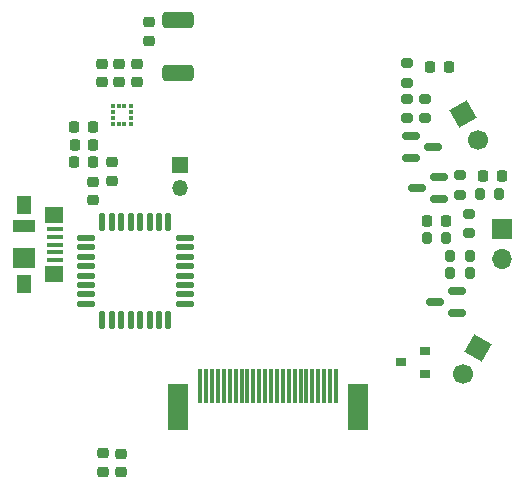
<source format=gbr>
%TF.GenerationSoftware,KiCad,Pcbnew,6.0.7-1.fc35*%
%TF.CreationDate,2022-11-04T19:38:46+01:00*%
%TF.ProjectId,sense_slim,73656e73-655f-4736-9c69-6d2e6b696361,rev?*%
%TF.SameCoordinates,Original*%
%TF.FileFunction,Soldermask,Bot*%
%TF.FilePolarity,Negative*%
%FSLAX46Y46*%
G04 Gerber Fmt 4.6, Leading zero omitted, Abs format (unit mm)*
G04 Created by KiCad (PCBNEW 6.0.7-1.fc35) date 2022-11-04 19:38:46*
%MOMM*%
%LPD*%
G01*
G04 APERTURE LIST*
G04 Aperture macros list*
%AMRoundRect*
0 Rectangle with rounded corners*
0 $1 Rounding radius*
0 $2 $3 $4 $5 $6 $7 $8 $9 X,Y pos of 4 corners*
0 Add a 4 corners polygon primitive as box body*
4,1,4,$2,$3,$4,$5,$6,$7,$8,$9,$2,$3,0*
0 Add four circle primitives for the rounded corners*
1,1,$1+$1,$2,$3*
1,1,$1+$1,$4,$5*
1,1,$1+$1,$6,$7*
1,1,$1+$1,$8,$9*
0 Add four rect primitives between the rounded corners*
20,1,$1+$1,$2,$3,$4,$5,0*
20,1,$1+$1,$4,$5,$6,$7,0*
20,1,$1+$1,$6,$7,$8,$9,0*
20,1,$1+$1,$8,$9,$2,$3,0*%
%AMHorizOval*
0 Thick line with rounded ends*
0 $1 width*
0 $2 $3 position (X,Y) of the first rounded end (center of the circle)*
0 $4 $5 position (X,Y) of the second rounded end (center of the circle)*
0 Add line between two ends*
20,1,$1,$2,$3,$4,$5,0*
0 Add two circle primitives to create the rounded ends*
1,1,$1,$2,$3*
1,1,$1,$4,$5*%
%AMRotRect*
0 Rectangle, with rotation*
0 The origin of the aperture is its center*
0 $1 length*
0 $2 width*
0 $3 Rotation angle, in degrees counterclockwise*
0 Add horizontal line*
21,1,$1,$2,0,0,$3*%
G04 Aperture macros list end*
%ADD10RoundRect,0.218750X0.256250X-0.218750X0.256250X0.218750X-0.256250X0.218750X-0.256250X-0.218750X0*%
%ADD11RoundRect,0.225000X0.225000X0.250000X-0.225000X0.250000X-0.225000X-0.250000X0.225000X-0.250000X0*%
%ADD12RoundRect,0.218750X-0.256250X0.218750X-0.256250X-0.218750X0.256250X-0.218750X0.256250X0.218750X0*%
%ADD13RoundRect,0.200000X0.275000X-0.200000X0.275000X0.200000X-0.275000X0.200000X-0.275000X-0.200000X0*%
%ADD14R,1.700000X1.700000*%
%ADD15O,1.700000X1.700000*%
%ADD16RoundRect,0.200000X0.200000X0.275000X-0.200000X0.275000X-0.200000X-0.275000X0.200000X-0.275000X0*%
%ADD17RoundRect,0.200000X-0.275000X0.200000X-0.275000X-0.200000X0.275000X-0.200000X0.275000X0.200000X0*%
%ADD18RoundRect,0.150000X0.587500X0.150000X-0.587500X0.150000X-0.587500X-0.150000X0.587500X-0.150000X0*%
%ADD19RoundRect,0.218750X0.218750X0.256250X-0.218750X0.256250X-0.218750X-0.256250X0.218750X-0.256250X0*%
%ADD20RoundRect,0.125000X-0.125000X0.625000X-0.125000X-0.625000X0.125000X-0.625000X0.125000X0.625000X0*%
%ADD21RoundRect,0.125000X-0.625000X0.125000X-0.625000X-0.125000X0.625000X-0.125000X0.625000X0.125000X0*%
%ADD22R,1.800000X4.000000*%
%ADD23R,0.300000X3.000000*%
%ADD24RoundRect,0.200000X-0.200000X-0.275000X0.200000X-0.275000X0.200000X0.275000X-0.200000X0.275000X0*%
%ADD25RotRect,1.700000X1.700000X150.000000*%
%ADD26HorizOval,1.700000X0.000000X0.000000X0.000000X0.000000X0*%
%ADD27RoundRect,0.225000X-0.225000X-0.250000X0.225000X-0.250000X0.225000X0.250000X-0.225000X0.250000X0*%
%ADD28R,0.375000X0.350000*%
%ADD29R,0.350000X0.375000*%
%ADD30R,1.380000X0.450000*%
%ADD31R,1.300000X1.650000*%
%ADD32R,1.550000X1.425000*%
%ADD33R,1.900000X1.800000*%
%ADD34R,1.900000X1.000000*%
%ADD35R,0.900000X0.800000*%
%ADD36RoundRect,0.249999X1.075001X-0.425001X1.075001X0.425001X-1.075001X0.425001X-1.075001X-0.425001X0*%
%ADD37RotRect,1.700000X1.700000X210.000000*%
%ADD38HorizOval,1.700000X0.000000X0.000000X0.000000X0.000000X0*%
%ADD39RoundRect,0.150000X-0.587500X-0.150000X0.587500X-0.150000X0.587500X0.150000X-0.587500X0.150000X0*%
%ADD40R,1.350000X1.350000*%
%ADD41O,1.350000X1.350000*%
G04 APERTURE END LIST*
D10*
%TO.C,C7*%
X134390000Y-115737500D03*
X134390000Y-114162500D03*
%TD*%
%TO.C,R1*%
X132820002Y-115725955D03*
X132820002Y-114150955D03*
%TD*%
D11*
%TO.C,C26*%
X131975000Y-88000000D03*
X130425000Y-88000000D03*
%TD*%
%TO.C,C23*%
X166595002Y-90688455D03*
X165045002Y-90688455D03*
%TD*%
D12*
%TO.C,C17*%
X132707112Y-81150955D03*
X132707112Y-82725955D03*
%TD*%
D13*
%TO.C,R13*%
X158570002Y-85763455D03*
X158570002Y-84113455D03*
%TD*%
D14*
%TO.C,J6*%
X166620002Y-95188455D03*
D15*
X166620002Y-97728455D03*
%TD*%
D12*
%TO.C,C18*%
X134207112Y-81150955D03*
X134207112Y-82725955D03*
%TD*%
D16*
%TO.C,R18*%
X163895002Y-97438455D03*
X162245002Y-97438455D03*
%TD*%
D17*
%TO.C,R20*%
X163070002Y-90613455D03*
X163070002Y-92263455D03*
%TD*%
D11*
%TO.C,C22*%
X162095002Y-81438455D03*
X160545002Y-81438455D03*
%TD*%
D17*
%TO.C,R19*%
X160070002Y-84113455D03*
X160070002Y-85763455D03*
%TD*%
D18*
%TO.C,Q4*%
X162787500Y-100400000D03*
X162787500Y-102300000D03*
X160912500Y-101350000D03*
%TD*%
D19*
%TO.C,R2*%
X131987500Y-89500000D03*
X130412500Y-89500000D03*
%TD*%
D20*
%TO.C,U2*%
X132770002Y-94513455D03*
X133570002Y-94513455D03*
X134370002Y-94513455D03*
X135170002Y-94513455D03*
X135970002Y-94513455D03*
X136770002Y-94513455D03*
X137570002Y-94513455D03*
X138370002Y-94513455D03*
D21*
X139745002Y-95888455D03*
X139745002Y-96688455D03*
X139745002Y-97488455D03*
X139745002Y-98288455D03*
X139745002Y-99088455D03*
X139745002Y-99888455D03*
X139745002Y-100688455D03*
X139745002Y-101488455D03*
D20*
X138370002Y-102863455D03*
X137570002Y-102863455D03*
X136770002Y-102863455D03*
X135970002Y-102863455D03*
X135170002Y-102863455D03*
X134370002Y-102863455D03*
X133570002Y-102863455D03*
X132770002Y-102863455D03*
D21*
X131395002Y-101488455D03*
X131395002Y-100688455D03*
X131395002Y-99888455D03*
X131395002Y-99088455D03*
X131395002Y-98288455D03*
X131395002Y-97488455D03*
X131395002Y-96688455D03*
X131395002Y-95888455D03*
%TD*%
D10*
%TO.C,R7*%
X131957112Y-92725955D03*
X131957112Y-91150955D03*
%TD*%
D22*
%TO.C,J1*%
X139160002Y-110198455D03*
X154460002Y-110198455D03*
D23*
X152560002Y-108398455D03*
X152060002Y-108398455D03*
X151560002Y-108398455D03*
X151060002Y-108398455D03*
X150560002Y-108398455D03*
X150060002Y-108398455D03*
X149560002Y-108398455D03*
X149060002Y-108398455D03*
X148560002Y-108398455D03*
X148060002Y-108398455D03*
X147560002Y-108398455D03*
X147060002Y-108398455D03*
X146560002Y-108398455D03*
X146060002Y-108398455D03*
X145560002Y-108398455D03*
X145060002Y-108398455D03*
X144560002Y-108398455D03*
X144060002Y-108398455D03*
X143560002Y-108398455D03*
X143060002Y-108398455D03*
X142560002Y-108398455D03*
X142060002Y-108398455D03*
X141560002Y-108398455D03*
X141060002Y-108398455D03*
%TD*%
D18*
%TO.C,Q3*%
X161257502Y-90738455D03*
X161257502Y-92638455D03*
X159382502Y-91688455D03*
%TD*%
D12*
%TO.C,R9*%
X135707112Y-81150955D03*
X135707112Y-82725955D03*
%TD*%
D24*
%TO.C,R21*%
X162245002Y-98900000D03*
X163895002Y-98900000D03*
%TD*%
D25*
%TO.C,J7*%
X164620002Y-105188455D03*
D26*
X163350002Y-107388160D03*
%TD*%
D27*
%TO.C,C24*%
X160295002Y-94438455D03*
X161845002Y-94438455D03*
%TD*%
D28*
%TO.C,U5*%
X135162500Y-84750000D03*
X135162500Y-85250000D03*
X135162500Y-85750000D03*
X135162500Y-86250000D03*
D29*
X134650000Y-86262500D03*
X134150000Y-86262500D03*
D28*
X133637500Y-86250000D03*
X133637500Y-85750000D03*
X133637500Y-85250000D03*
X133637500Y-84750000D03*
D29*
X134150000Y-84737500D03*
X134650000Y-84737500D03*
%TD*%
D30*
%TO.C,J2*%
X128780002Y-97768455D03*
X128780002Y-97118455D03*
X128780002Y-96468455D03*
X128780002Y-95818455D03*
X128780002Y-95168455D03*
D31*
X126120002Y-99843455D03*
D32*
X128695002Y-93980955D03*
D31*
X126120002Y-93093455D03*
D33*
X126120002Y-97618455D03*
D32*
X128695002Y-98955955D03*
D34*
X126120002Y-94918455D03*
%TD*%
D35*
%TO.C,Q1*%
X160070002Y-105488455D03*
X160070002Y-107388455D03*
X158070002Y-106438455D03*
%TD*%
D36*
%TO.C,BT1*%
X139207112Y-81938455D03*
X139207112Y-77438455D03*
%TD*%
D12*
%TO.C,C20*%
X136707112Y-77650955D03*
X136707112Y-79225955D03*
%TD*%
D37*
%TO.C,J5*%
X163320002Y-85388455D03*
D38*
X164590002Y-87588160D03*
%TD*%
D17*
%TO.C,R8*%
X158570002Y-81113455D03*
X158570002Y-82763455D03*
%TD*%
D12*
%TO.C,C21*%
X133600000Y-89512500D03*
X133600000Y-91087500D03*
%TD*%
D16*
%TO.C,R12*%
X161895002Y-95938455D03*
X160245002Y-95938455D03*
%TD*%
D39*
%TO.C,Q2*%
X158882502Y-89138455D03*
X158882502Y-87238455D03*
X160757502Y-88188455D03*
%TD*%
D19*
%TO.C,C1*%
X131987500Y-86500000D03*
X130412500Y-86500000D03*
%TD*%
D17*
%TO.C,R14*%
X163820002Y-93863455D03*
X163820002Y-95513455D03*
%TD*%
D40*
%TO.C,Y1*%
X139320002Y-89688455D03*
D41*
X139320002Y-91688455D03*
%TD*%
D24*
%TO.C,R10*%
X164745002Y-92188455D03*
X166395002Y-92188455D03*
%TD*%
M02*

</source>
